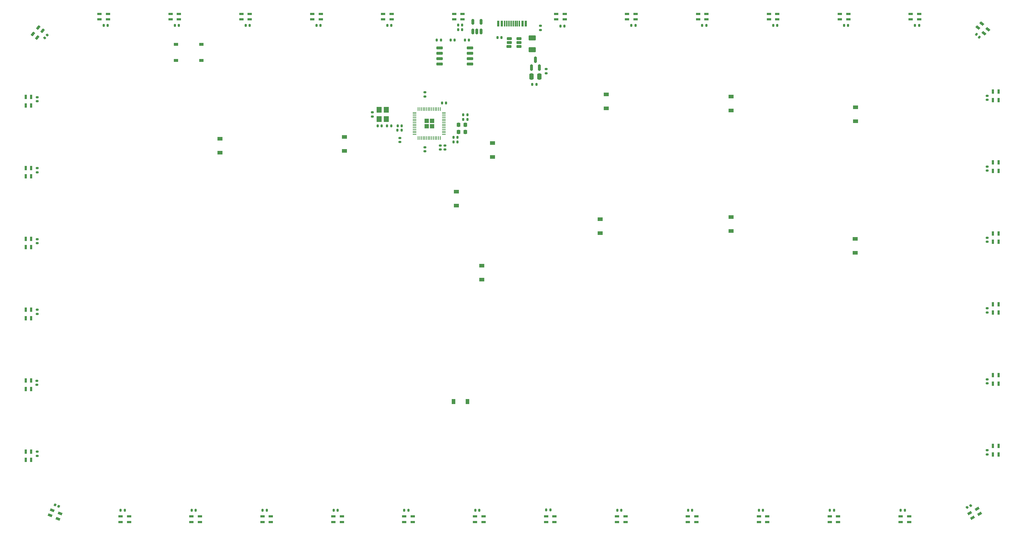
<source format=gbr>
%TF.GenerationSoftware,KiCad,Pcbnew,(6.0.6)*%
%TF.CreationDate,2023-02-28T22:59:50-05:00*%
%TF.ProjectId,fightstick_v2,66696768-7473-4746-9963-6b5f76322e6b,rev?*%
%TF.SameCoordinates,Original*%
%TF.FileFunction,Paste,Top*%
%TF.FilePolarity,Positive*%
%FSLAX46Y46*%
G04 Gerber Fmt 4.6, Leading zero omitted, Abs format (unit mm)*
G04 Created by KiCad (PCBNEW (6.0.6)) date 2023-02-28 22:59:50*
%MOMM*%
%LPD*%
G01*
G04 APERTURE LIST*
G04 Aperture macros list*
%AMRoundRect*
0 Rectangle with rounded corners*
0 $1 Rounding radius*
0 $2 $3 $4 $5 $6 $7 $8 $9 X,Y pos of 4 corners*
0 Add a 4 corners polygon primitive as box body*
4,1,4,$2,$3,$4,$5,$6,$7,$8,$9,$2,$3,0*
0 Add four circle primitives for the rounded corners*
1,1,$1+$1,$2,$3*
1,1,$1+$1,$4,$5*
1,1,$1+$1,$6,$7*
1,1,$1+$1,$8,$9*
0 Add four rect primitives between the rounded corners*
20,1,$1+$1,$2,$3,$4,$5,0*
20,1,$1+$1,$4,$5,$6,$7,0*
20,1,$1+$1,$6,$7,$8,$9,0*
20,1,$1+$1,$8,$9,$2,$3,0*%
%AMRotRect*
0 Rectangle, with rotation*
0 The origin of the aperture is its center*
0 $1 length*
0 $2 width*
0 $3 Rotation angle, in degrees counterclockwise*
0 Add horizontal line*
21,1,$1,$2,0,0,$3*%
G04 Aperture macros list end*
%ADD10R,1.000000X0.750000*%
%ADD11R,1.000000X0.600000*%
%ADD12R,0.600000X1.000000*%
%ADD13RotRect,1.000000X0.600000X337.000000*%
%ADD14RotRect,1.000000X0.600000X136.000000*%
%ADD15RotRect,1.000000X0.600000X231.000000*%
%ADD16RotRect,1.000000X0.600000X30.000000*%
%ADD17R,1.200000X0.900000*%
%ADD18RoundRect,0.140000X0.044010X-0.215785X0.220220X0.001816X-0.044010X0.215785X-0.220220X-0.001816X0*%
%ADD19RoundRect,0.140000X0.140000X0.170000X-0.140000X0.170000X-0.140000X-0.170000X0.140000X-0.170000X0*%
%ADD20RoundRect,0.140000X-0.170000X0.140000X-0.170000X-0.140000X0.170000X-0.140000X0.170000X0.140000X0*%
%ADD21RoundRect,0.140000X-0.140000X-0.170000X0.140000X-0.170000X0.140000X0.170000X-0.140000X0.170000X0*%
%ADD22RoundRect,0.140000X0.170000X-0.140000X0.170000X0.140000X-0.170000X0.140000X-0.170000X-0.140000X0*%
%ADD23RoundRect,0.225000X0.225000X0.250000X-0.225000X0.250000X-0.225000X-0.250000X0.225000X-0.250000X0*%
%ADD24RoundRect,0.150000X-0.650000X-0.150000X0.650000X-0.150000X0.650000X0.150000X-0.650000X0.150000X0*%
%ADD25R,0.900000X1.200000*%
%ADD26RoundRect,0.250000X-0.292217X0.292217X-0.292217X-0.292217X0.292217X-0.292217X0.292217X0.292217X0*%
%ADD27RoundRect,0.050000X-0.050000X0.387500X-0.050000X-0.387500X0.050000X-0.387500X0.050000X0.387500X0*%
%ADD28RoundRect,0.050000X-0.387500X0.050000X-0.387500X-0.050000X0.387500X-0.050000X0.387500X0.050000X0*%
%ADD29RoundRect,0.150000X-0.475000X-0.150000X0.475000X-0.150000X0.475000X0.150000X-0.475000X0.150000X0*%
%ADD30RoundRect,0.250000X0.250000X0.475000X-0.250000X0.475000X-0.250000X-0.475000X0.250000X-0.475000X0*%
%ADD31RoundRect,0.140000X0.036244X0.217224X-0.206244X0.077224X-0.036244X-0.217224X0.206244X-0.077224X0*%
%ADD32RoundRect,0.150000X0.150000X-0.587500X0.150000X0.587500X-0.150000X0.587500X-0.150000X-0.587500X0*%
%ADD33RoundRect,0.140000X0.195295X0.101783X-0.062446X0.211188X-0.195295X-0.101783X0.062446X-0.211188X0*%
%ADD34RoundRect,0.150000X0.150000X-0.512500X0.150000X0.512500X-0.150000X0.512500X-0.150000X-0.512500X0*%
%ADD35RoundRect,0.250000X-0.625000X0.375000X-0.625000X-0.375000X0.625000X-0.375000X0.625000X0.375000X0*%
%ADD36RoundRect,0.140000X-0.218799X-0.025036X-0.017384X-0.219540X0.218799X0.025036X0.017384X0.219540X0*%
%ADD37R,0.600000X1.450000*%
%ADD38R,0.300000X1.450000*%
%ADD39R,1.200000X1.400000*%
G04 APERTURE END LIST*
D10*
%TO.C,S1*%
X83150000Y-32475000D03*
X89150000Y-32475000D03*
X83150000Y-36225000D03*
X89150000Y-36225000D03*
%TD*%
D11*
%TO.C,D13*%
X150946788Y-26550000D03*
X150946788Y-25250000D03*
X148946788Y-25250000D03*
X148946788Y-26550000D03*
%TD*%
D12*
%TO.C,D14*%
X48828419Y-95285463D03*
X47528419Y-95285463D03*
X47528419Y-97285463D03*
X48828419Y-97285463D03*
%TD*%
D11*
%TO.C,D15*%
X170717713Y-144250000D03*
X170717713Y-145550000D03*
X172717713Y-145550000D03*
X172717713Y-144250000D03*
%TD*%
D12*
%TO.C,D16*%
X276528419Y-79206874D03*
X277828419Y-79206874D03*
X277828419Y-77206874D03*
X276528419Y-77206874D03*
%TD*%
D11*
%TO.C,D17*%
X134160608Y-26550000D03*
X134160608Y-25250000D03*
X132160608Y-25250000D03*
X132160608Y-26550000D03*
%TD*%
D12*
%TO.C,D18*%
X48828419Y-112071642D03*
X47528419Y-112071642D03*
X47528419Y-114071642D03*
X48828419Y-114071642D03*
%TD*%
D11*
%TO.C,D19*%
X187503893Y-144250000D03*
X187503893Y-145550000D03*
X189503893Y-145550000D03*
X189503893Y-144250000D03*
%TD*%
D12*
%TO.C,D20*%
X276528419Y-62420695D03*
X277828419Y-62420695D03*
X277828419Y-60420695D03*
X276528419Y-60420695D03*
%TD*%
D11*
%TO.C,D21*%
X117374429Y-26550000D03*
X117374429Y-25250000D03*
X115374429Y-25250000D03*
X115374429Y-26550000D03*
%TD*%
D12*
%TO.C,D22*%
X48828419Y-128857822D03*
X47528419Y-128857822D03*
X47528419Y-130857822D03*
X48828419Y-130857822D03*
%TD*%
D11*
%TO.C,D23*%
X204290072Y-144250000D03*
X204290072Y-145550000D03*
X206290072Y-145550000D03*
X206290072Y-144250000D03*
%TD*%
D12*
%TO.C,D24*%
X276528419Y-45634515D03*
X277828419Y-45634515D03*
X277828419Y-43634515D03*
X276528419Y-43634515D03*
%TD*%
D11*
%TO.C,D25*%
X98588249Y-26550000D03*
X98588249Y-25250000D03*
X100588249Y-25250000D03*
X100588249Y-26550000D03*
%TD*%
D13*
%TO.C,D26*%
X53833470Y-142790941D03*
X53325520Y-143987597D03*
X55166530Y-144769059D03*
X55674480Y-143572403D03*
%TD*%
D11*
%TO.C,D27*%
X221076252Y-144250000D03*
X221076252Y-145550000D03*
X223076252Y-145550000D03*
X223076252Y-144250000D03*
%TD*%
D14*
%TO.C,D28*%
X274367812Y-29852229D03*
X275270868Y-28917088D03*
X273832188Y-27527771D03*
X272929132Y-28462912D03*
%TD*%
D11*
%TO.C,D29*%
X83802070Y-26550000D03*
X83802070Y-25250000D03*
X81802070Y-25250000D03*
X81802070Y-26550000D03*
%TD*%
%TO.C,D30*%
X70000636Y-144250000D03*
X70000636Y-145550000D03*
X72000636Y-145550000D03*
X72000636Y-144250000D03*
%TD*%
%TO.C,D31*%
X237862431Y-144250000D03*
X237862431Y-145550000D03*
X239862431Y-145550000D03*
X239862431Y-144250000D03*
%TD*%
%TO.C,D32*%
X259048538Y-26550000D03*
X259048538Y-25250000D03*
X257048538Y-25250000D03*
X257048538Y-26550000D03*
%TD*%
%TO.C,D33*%
X67015890Y-26550000D03*
X67015890Y-25250000D03*
X65015890Y-25250000D03*
X65015890Y-26550000D03*
%TD*%
%TO.C,D34*%
X86786816Y-144250000D03*
X86786816Y-145550000D03*
X88786816Y-145550000D03*
X88786816Y-144250000D03*
%TD*%
%TO.C,D35*%
X254648611Y-144250000D03*
X254648611Y-145550000D03*
X256648611Y-145550000D03*
X256648611Y-144250000D03*
%TD*%
%TO.C,D36*%
X242262359Y-26550000D03*
X242262359Y-25250000D03*
X240262359Y-25250000D03*
X240262359Y-26550000D03*
%TD*%
D15*
%TO.C,D37*%
X51514465Y-29271912D03*
X50504176Y-28453796D03*
X49245535Y-30008088D03*
X50255824Y-30826204D03*
%TD*%
D11*
%TO.C,D38*%
X103572995Y-144250000D03*
X103572995Y-145550000D03*
X105572995Y-145550000D03*
X105572995Y-144250000D03*
%TD*%
D16*
%TO.C,D39*%
X271004579Y-143467083D03*
X271654579Y-144592917D03*
X273386629Y-143592917D03*
X272736629Y-142467083D03*
%TD*%
D11*
%TO.C,D40*%
X225476179Y-26550000D03*
X225476179Y-25250000D03*
X223476179Y-25250000D03*
X223476179Y-26550000D03*
%TD*%
D12*
%TO.C,D41*%
X48828419Y-44926924D03*
X47528419Y-44926924D03*
X47528419Y-46926924D03*
X48828419Y-46926924D03*
%TD*%
D11*
%TO.C,D42*%
X120359175Y-144250000D03*
X120359175Y-145550000D03*
X122359175Y-145550000D03*
X122359175Y-144250000D03*
%TD*%
D12*
%TO.C,D43*%
X276528419Y-129565413D03*
X277828419Y-129565413D03*
X277828419Y-127565413D03*
X276528419Y-127565413D03*
%TD*%
D11*
%TO.C,D44*%
X208690000Y-26550000D03*
X208690000Y-25250000D03*
X206690000Y-25250000D03*
X206690000Y-26550000D03*
%TD*%
D12*
%TO.C,D45*%
X48828419Y-61713104D03*
X47528419Y-61713104D03*
X47528419Y-63713104D03*
X48828419Y-63713104D03*
%TD*%
D11*
%TO.C,D46*%
X137145354Y-144250000D03*
X137145354Y-145550000D03*
X139145354Y-145550000D03*
X139145354Y-144250000D03*
%TD*%
D12*
%TO.C,D47*%
X276528419Y-112779233D03*
X277828419Y-112779233D03*
X277828419Y-110779233D03*
X276528419Y-110779233D03*
%TD*%
D11*
%TO.C,D48*%
X191903820Y-26550000D03*
X191903820Y-25250000D03*
X189903820Y-25250000D03*
X189903820Y-26550000D03*
%TD*%
D12*
%TO.C,D49*%
X48828419Y-78499283D03*
X47528419Y-78499283D03*
X47528419Y-80499283D03*
X48828419Y-80499283D03*
%TD*%
D11*
%TO.C,D50*%
X153931534Y-144250000D03*
X153931534Y-145550000D03*
X155931534Y-145550000D03*
X155931534Y-144250000D03*
%TD*%
D12*
%TO.C,D51*%
X276528419Y-95993054D03*
X277828419Y-95993054D03*
X277828419Y-93993054D03*
X276528419Y-93993054D03*
%TD*%
D11*
%TO.C,D52*%
X175117641Y-26550000D03*
X175117641Y-25250000D03*
X173117641Y-25250000D03*
X173117641Y-26550000D03*
%TD*%
D17*
%TO.C,D2*%
X123000000Y-54350000D03*
X123000000Y-57650000D03*
%TD*%
D18*
%TO.C,C24*%
X51997926Y-30973030D03*
X52602074Y-30226970D03*
%TD*%
D19*
%TO.C,C40*%
X205280000Y-142800000D03*
X204320000Y-142800000D03*
%TD*%
D17*
%TO.C,D9*%
X155500000Y-84850000D03*
X155500000Y-88150000D03*
%TD*%
D20*
%TO.C,C16*%
X145700000Y-56420000D03*
X145700000Y-57380000D03*
%TD*%
D21*
%TO.C,C22*%
X82820000Y-28000000D03*
X83780000Y-28000000D03*
%TD*%
D22*
%TO.C,C13*%
X142062502Y-44780000D03*
X142062502Y-43820000D03*
%TD*%
D19*
%TO.C,C3*%
X131792501Y-51799999D03*
X130832501Y-51799999D03*
%TD*%
D17*
%TO.C,D12*%
X243900000Y-81800000D03*
X243900000Y-78500000D03*
%TD*%
D19*
%TO.C,C39*%
X188530000Y-142800000D03*
X187570000Y-142800000D03*
%TD*%
D23*
%TO.C,R4*%
X151587500Y-53200001D03*
X150037500Y-53200001D03*
%TD*%
D20*
%TO.C,C49*%
X275100000Y-61420000D03*
X275100000Y-62380000D03*
%TD*%
%TO.C,C2*%
X129562500Y-48570001D03*
X129562500Y-49530001D03*
%TD*%
D21*
%TO.C,C21*%
X99620000Y-28000000D03*
X100580000Y-28000000D03*
%TD*%
%TO.C,C55*%
X207670000Y-28000000D03*
X208630000Y-28000000D03*
%TD*%
D19*
%TO.C,C34*%
X104580000Y-142800000D03*
X103620000Y-142800000D03*
%TD*%
%TO.C,C38*%
X171730000Y-142700000D03*
X170770000Y-142700000D03*
%TD*%
D21*
%TO.C,C52*%
X258070000Y-28000000D03*
X259030000Y-28000000D03*
%TD*%
D19*
%TO.C,C32*%
X70980000Y-142800000D03*
X70020000Y-142800000D03*
%TD*%
D21*
%TO.C,C8*%
X148820000Y-54500000D03*
X149780000Y-54500000D03*
%TD*%
D22*
%TO.C,C26*%
X50300000Y-62730000D03*
X50300000Y-61770000D03*
%TD*%
D20*
%TO.C,R6*%
X169350000Y-28070000D03*
X169350000Y-29030000D03*
%TD*%
D24*
%TO.C,U2*%
X145500000Y-33295000D03*
X145500000Y-34565000D03*
X145500000Y-35835000D03*
X145500000Y-37105000D03*
X152700000Y-37105000D03*
X152700000Y-35835000D03*
X152700000Y-34565000D03*
X152700000Y-33295000D03*
%TD*%
D20*
%TO.C,C50*%
X275100000Y-44620000D03*
X275100000Y-45580000D03*
%TD*%
D17*
%TO.C,D3*%
X149500000Y-67350000D03*
X149500000Y-70650000D03*
%TD*%
D25*
%TO.C,D4*%
X148850000Y-117000000D03*
X152150000Y-117000000D03*
%TD*%
D19*
%TO.C,R2*%
X149080000Y-31450000D03*
X148120000Y-31450000D03*
%TD*%
D17*
%TO.C,D1*%
X93500000Y-54850000D03*
X93500000Y-58150000D03*
%TD*%
D20*
%TO.C,C11*%
X146750000Y-56420000D03*
X146750000Y-57380000D03*
%TD*%
%TO.C,C45*%
X275100000Y-128570000D03*
X275100000Y-129530000D03*
%TD*%
D21*
%TO.C,C18*%
X149920000Y-27900000D03*
X150880000Y-27900000D03*
%TD*%
D17*
%TO.C,D5*%
X158000000Y-55850000D03*
X158000000Y-59150000D03*
%TD*%
D22*
%TO.C,C27*%
X50250000Y-79530000D03*
X50250000Y-78570000D03*
%TD*%
D20*
%TO.C,C1*%
X170700000Y-38320000D03*
X170700000Y-39280000D03*
%TD*%
D19*
%TO.C,C7*%
X136517499Y-52800001D03*
X135557499Y-52800001D03*
%TD*%
%TO.C,R5*%
X134042502Y-51800000D03*
X133082502Y-51800000D03*
%TD*%
D21*
%TO.C,C19*%
X134080000Y-28000000D03*
X133120000Y-28000000D03*
%TD*%
%TO.C,R7*%
X159220000Y-30850000D03*
X160180000Y-30850000D03*
%TD*%
D19*
%TO.C,C33*%
X87780000Y-142800000D03*
X86820000Y-142800000D03*
%TD*%
%TO.C,C42*%
X238880000Y-142800000D03*
X237920000Y-142800000D03*
%TD*%
D21*
%TO.C,C57*%
X174120000Y-28100000D03*
X175080000Y-28100000D03*
%TD*%
D26*
%TO.C,U3*%
X142425000Y-50562501D03*
X143700000Y-50562501D03*
X143700000Y-51837501D03*
X142425000Y-51837501D03*
D27*
X145662500Y-47762501D03*
X145262500Y-47762501D03*
X144862500Y-47762501D03*
X144462500Y-47762501D03*
X144062500Y-47762501D03*
X143662500Y-47762501D03*
X143262500Y-47762501D03*
X142862500Y-47762501D03*
X142462500Y-47762501D03*
X142062500Y-47762501D03*
X141662500Y-47762501D03*
X141262500Y-47762501D03*
X140862500Y-47762501D03*
X140462500Y-47762501D03*
D28*
X139625000Y-48600001D03*
X139625000Y-49000001D03*
X139625000Y-49400001D03*
X139625000Y-49800001D03*
X139625000Y-50200001D03*
X139625000Y-50600001D03*
X139625000Y-51000001D03*
X139625000Y-51400001D03*
X139625000Y-51800001D03*
X139625000Y-52200001D03*
X139625000Y-52600001D03*
X139625000Y-53000001D03*
X139625000Y-53400001D03*
X139625000Y-53800001D03*
D27*
X140462500Y-54637501D03*
X140862500Y-54637501D03*
X141262500Y-54637501D03*
X141662500Y-54637501D03*
X142062500Y-54637501D03*
X142462500Y-54637501D03*
X142862500Y-54637501D03*
X143262500Y-54637501D03*
X143662500Y-54637501D03*
X144062500Y-54637501D03*
X144462500Y-54637501D03*
X144862500Y-54637501D03*
X145262500Y-54637501D03*
X145662500Y-54637501D03*
D28*
X146500000Y-53800001D03*
X146500000Y-53400001D03*
X146500000Y-53000001D03*
X146500000Y-52600001D03*
X146500000Y-52200001D03*
X146500000Y-51800001D03*
X146500000Y-51400001D03*
X146500000Y-51000001D03*
X146500000Y-50600001D03*
X146500000Y-50200001D03*
X146500000Y-49800001D03*
X146500000Y-49400001D03*
X146500000Y-49000001D03*
X146500000Y-48600001D03*
%TD*%
D19*
%TO.C,C58*%
X150880000Y-29000000D03*
X149920000Y-29000000D03*
%TD*%
D21*
%TO.C,C53*%
X241270000Y-28000000D03*
X242230000Y-28000000D03*
%TD*%
D29*
%TO.C,U4*%
X161995000Y-31070000D03*
X161995000Y-32020000D03*
X161920000Y-32970000D03*
X164345000Y-32970000D03*
X164345000Y-32020000D03*
X164345000Y-31070000D03*
%TD*%
D30*
%TO.C,C17*%
X169150000Y-40100000D03*
X167250000Y-40100000D03*
%TD*%
D22*
%TO.C,C30*%
X50300000Y-129880000D03*
X50300000Y-128920000D03*
%TD*%
D19*
%TO.C,C35*%
X121380000Y-142800000D03*
X120420000Y-142800000D03*
%TD*%
D23*
%TO.C,R3*%
X151587502Y-51480000D03*
X150037502Y-51480000D03*
%TD*%
D31*
%TO.C,C44*%
X271215692Y-141660000D03*
X270384308Y-142140000D03*
%TD*%
D19*
%TO.C,C37*%
X154930000Y-142800000D03*
X153970000Y-142800000D03*
%TD*%
D21*
%TO.C,C14*%
X146070000Y-46350000D03*
X147030000Y-46350000D03*
%TD*%
D17*
%TO.C,D7*%
X214500000Y-44850000D03*
X214500000Y-48150000D03*
%TD*%
D32*
%TO.C,U1*%
X167250000Y-37987500D03*
X169150000Y-37987500D03*
X168200000Y-36112500D03*
%TD*%
D21*
%TO.C,C6*%
X151120000Y-49150000D03*
X152080000Y-49150000D03*
%TD*%
D19*
%TO.C,C43*%
X255630000Y-142800000D03*
X254670000Y-142800000D03*
%TD*%
D21*
%TO.C,C23*%
X66020000Y-28000000D03*
X66980000Y-28000000D03*
%TD*%
D19*
%TO.C,R1*%
X145830000Y-31450000D03*
X144870000Y-31450000D03*
%TD*%
D21*
%TO.C,C54*%
X224470000Y-28000000D03*
X225430000Y-28000000D03*
%TD*%
D33*
%TO.C,C31*%
X55341842Y-141887551D03*
X54458158Y-141512449D03*
%TD*%
D21*
%TO.C,C10*%
X148820000Y-55600000D03*
X149780000Y-55600000D03*
%TD*%
%TO.C,C56*%
X190920000Y-28000000D03*
X191880000Y-28000000D03*
%TD*%
D34*
%TO.C,U5*%
X153400000Y-29387500D03*
X154350000Y-29387500D03*
X155300000Y-29387500D03*
X155300000Y-27112500D03*
X153400000Y-27112500D03*
%TD*%
D19*
%TO.C,C41*%
X222080000Y-142800000D03*
X221120000Y-142800000D03*
%TD*%
D20*
%TO.C,C48*%
X275100000Y-78220000D03*
X275100000Y-79180000D03*
%TD*%
D19*
%TO.C,C36*%
X138130000Y-142800000D03*
X137170000Y-142800000D03*
%TD*%
D17*
%TO.C,D8*%
X244000000Y-47350000D03*
X244000000Y-50650000D03*
%TD*%
D35*
%TO.C,TH1*%
X167400000Y-30900000D03*
X167400000Y-33700000D03*
%TD*%
D21*
%TO.C,C20*%
X116370000Y-28000000D03*
X117330000Y-28000000D03*
%TD*%
D20*
%TO.C,C46*%
X275100000Y-111770000D03*
X275100000Y-112730000D03*
%TD*%
D17*
%TO.C,D10*%
X183500000Y-73850000D03*
X183500000Y-77150000D03*
%TD*%
%TO.C,D6*%
X185000000Y-44350000D03*
X185000000Y-47650000D03*
%TD*%
D19*
%TO.C,C4*%
X168430000Y-41950000D03*
X167470000Y-41950000D03*
%TD*%
D22*
%TO.C,C25*%
X50300000Y-45930000D03*
X50300000Y-44970000D03*
%TD*%
D20*
%TO.C,C12*%
X142062501Y-56820000D03*
X142062501Y-57780000D03*
%TD*%
%TO.C,C47*%
X275100000Y-94970000D03*
X275100000Y-95930000D03*
%TD*%
D22*
%TO.C,C28*%
X50300000Y-96280000D03*
X50300000Y-95320000D03*
%TD*%
D36*
%TO.C,C51*%
X272554717Y-30066564D03*
X273245283Y-30733436D03*
%TD*%
D37*
%TO.C,J1*%
X165918419Y-27545000D03*
X165118419Y-27545000D03*
D38*
X163918419Y-27545000D03*
X162918419Y-27545000D03*
X162418419Y-27545000D03*
X161418419Y-27545000D03*
D37*
X160218419Y-27545000D03*
X159418419Y-27545000D03*
X159418419Y-27545000D03*
X160218419Y-27545000D03*
D38*
X160918419Y-27545000D03*
X161918419Y-27545000D03*
X163418419Y-27545000D03*
X164418419Y-27545000D03*
D37*
X165118419Y-27545000D03*
X165918419Y-27545000D03*
%TD*%
D17*
%TO.C,D11*%
X214500000Y-73350000D03*
X214500000Y-76650000D03*
%TD*%
D19*
%TO.C,C5*%
X152480000Y-31450000D03*
X151520000Y-31450000D03*
%TD*%
D22*
%TO.C,C29*%
X50200000Y-113080000D03*
X50200000Y-112120000D03*
%TD*%
D19*
%TO.C,C9*%
X136530000Y-51750000D03*
X135570000Y-51750000D03*
%TD*%
D21*
%TO.C,C15*%
X151120000Y-50200000D03*
X152080000Y-50200000D03*
%TD*%
D39*
%TO.C,Y1*%
X132912500Y-50150001D03*
X132912500Y-47950001D03*
X131212500Y-47950001D03*
X131212500Y-50150001D03*
%TD*%
D22*
%TO.C,R8*%
X136100000Y-55580000D03*
X136100000Y-54620000D03*
%TD*%
M02*

</source>
